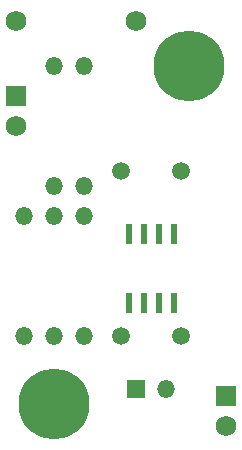
<source format=gts>
G04 (created by PCBNEW (22-Jun-2014 BZR 4027)-stable) date Sat 24 Feb 2018 09:18:46 AM CST*
%MOIN*%
G04 Gerber Fmt 3.4, Leading zero omitted, Abs format*
%FSLAX34Y34*%
G01*
G70*
G90*
G04 APERTURE LIST*
%ADD10C,0.00590551*%
%ADD11R,0.069X0.069*%
%ADD12C,0.069*%
%ADD13O,0.059X0.059*%
%ADD14R,0.059X0.059*%
%ADD15C,0.059*%
%ADD16R,0.019X0.07*%
%ADD17C,0.23622*%
G04 APERTURE END LIST*
G54D10*
G54D11*
X54500Y-42250D03*
G54D12*
X54500Y-43250D03*
G54D11*
X61500Y-52250D03*
G54D12*
X61500Y-53250D03*
G54D13*
X56750Y-50250D03*
X56750Y-46250D03*
X55750Y-46250D03*
X55750Y-50250D03*
X56750Y-41250D03*
X56750Y-45250D03*
X54750Y-50250D03*
X54750Y-46250D03*
G54D12*
X54500Y-39750D03*
X58500Y-39750D03*
G54D14*
X58500Y-52000D03*
G54D13*
X59500Y-52000D03*
G54D15*
X58000Y-44750D03*
X60000Y-44750D03*
X58000Y-50250D03*
X60000Y-50250D03*
G54D16*
X58250Y-49150D03*
X58750Y-49150D03*
X59250Y-49150D03*
X59750Y-49150D03*
X59750Y-46850D03*
X59250Y-46850D03*
X58750Y-46850D03*
X58250Y-46850D03*
G54D17*
X60250Y-41250D03*
X55750Y-52500D03*
G54D13*
X55750Y-41250D03*
X55750Y-45250D03*
M02*

</source>
